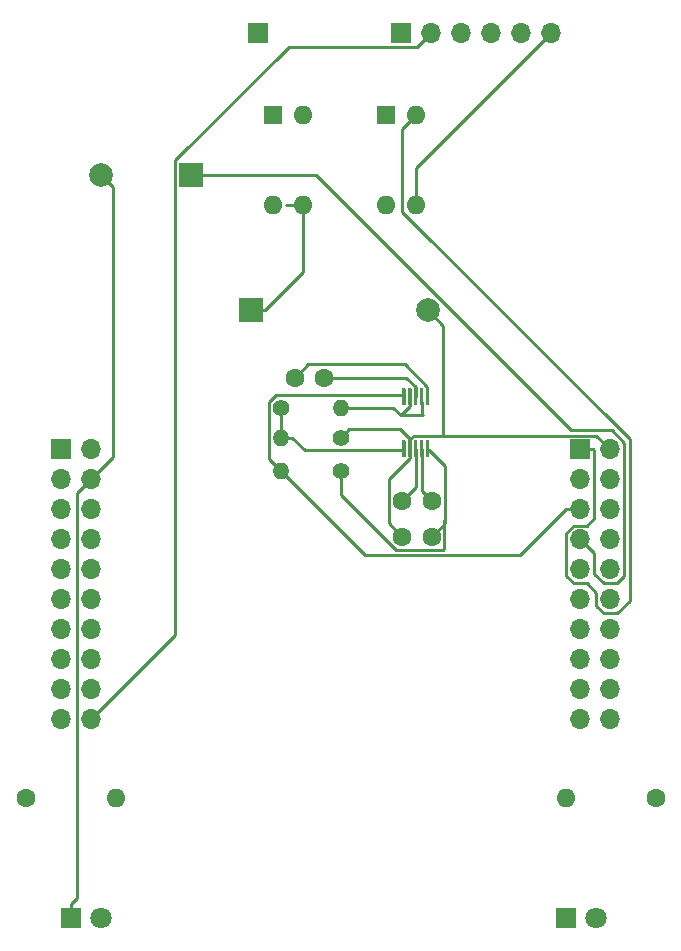
<source format=gbr>
G04 #@! TF.GenerationSoftware,KiCad,Pcbnew,5.1.5+dfsg1-2build2*
G04 #@! TF.CreationDate,2023-01-01T14:21:45-04:00*
G04 #@! TF.ProjectId,prototyping_backplane,70726f74-6f74-4797-9069-6e675f626163,B*
G04 #@! TF.SameCoordinates,Original*
G04 #@! TF.FileFunction,Copper,L1,Top*
G04 #@! TF.FilePolarity,Positive*
%FSLAX46Y46*%
G04 Gerber Fmt 4.6, Leading zero omitted, Abs format (unit mm)*
G04 Created by KiCad (PCBNEW 5.1.5+dfsg1-2build2) date 2023-01-01 14:21:45*
%MOMM*%
%LPD*%
G04 APERTURE LIST*
%ADD10R,1.700000X1.700000*%
%ADD11C,2.000000*%
%ADD12R,2.000000X2.000000*%
%ADD13C,0.100000*%
%ADD14O,1.400000X1.400000*%
%ADD15C,1.400000*%
%ADD16C,1.600000*%
%ADD17O,1.700000X1.700000*%
%ADD18O,1.600000X1.600000*%
%ADD19R,1.600000X1.600000*%
%ADD20C,1.800000*%
%ADD21R,1.800000X1.800000*%
%ADD22C,0.250000*%
G04 APERTURE END LIST*
D10*
X173355000Y-48260000D03*
D11*
X187710000Y-71755000D03*
D12*
X172720000Y-71755000D03*
G04 #@! TA.AperFunction,SMDPad,CuDef*
D13*
G36*
X185772351Y-78355361D02*
G01*
X185779632Y-78356441D01*
X185786771Y-78358229D01*
X185793701Y-78360709D01*
X185800355Y-78363856D01*
X185806668Y-78367640D01*
X185812579Y-78372024D01*
X185818033Y-78376967D01*
X185822976Y-78382421D01*
X185827360Y-78388332D01*
X185831144Y-78394645D01*
X185834291Y-78401299D01*
X185836771Y-78408229D01*
X185838559Y-78415368D01*
X185839639Y-78422649D01*
X185840000Y-78430000D01*
X185840000Y-79730000D01*
X185839639Y-79737351D01*
X185838559Y-79744632D01*
X185836771Y-79751771D01*
X185834291Y-79758701D01*
X185831144Y-79765355D01*
X185827360Y-79771668D01*
X185822976Y-79777579D01*
X185818033Y-79783033D01*
X185812579Y-79787976D01*
X185806668Y-79792360D01*
X185800355Y-79796144D01*
X185793701Y-79799291D01*
X185786771Y-79801771D01*
X185779632Y-79803559D01*
X185772351Y-79804639D01*
X185765000Y-79805000D01*
X185615000Y-79805000D01*
X185607649Y-79804639D01*
X185600368Y-79803559D01*
X185593229Y-79801771D01*
X185586299Y-79799291D01*
X185579645Y-79796144D01*
X185573332Y-79792360D01*
X185567421Y-79787976D01*
X185561967Y-79783033D01*
X185557024Y-79777579D01*
X185552640Y-79771668D01*
X185548856Y-79765355D01*
X185545709Y-79758701D01*
X185543229Y-79751771D01*
X185541441Y-79744632D01*
X185540361Y-79737351D01*
X185540000Y-79730000D01*
X185540000Y-78430000D01*
X185540361Y-78422649D01*
X185541441Y-78415368D01*
X185543229Y-78408229D01*
X185545709Y-78401299D01*
X185548856Y-78394645D01*
X185552640Y-78388332D01*
X185557024Y-78382421D01*
X185561967Y-78376967D01*
X185567421Y-78372024D01*
X185573332Y-78367640D01*
X185579645Y-78363856D01*
X185586299Y-78360709D01*
X185593229Y-78358229D01*
X185600368Y-78356441D01*
X185607649Y-78355361D01*
X185615000Y-78355000D01*
X185765000Y-78355000D01*
X185772351Y-78355361D01*
G37*
G04 #@! TD.AperFunction*
G04 #@! TA.AperFunction,SMDPad,CuDef*
G36*
X186272351Y-78355361D02*
G01*
X186279632Y-78356441D01*
X186286771Y-78358229D01*
X186293701Y-78360709D01*
X186300355Y-78363856D01*
X186306668Y-78367640D01*
X186312579Y-78372024D01*
X186318033Y-78376967D01*
X186322976Y-78382421D01*
X186327360Y-78388332D01*
X186331144Y-78394645D01*
X186334291Y-78401299D01*
X186336771Y-78408229D01*
X186338559Y-78415368D01*
X186339639Y-78422649D01*
X186340000Y-78430000D01*
X186340000Y-79730000D01*
X186339639Y-79737351D01*
X186338559Y-79744632D01*
X186336771Y-79751771D01*
X186334291Y-79758701D01*
X186331144Y-79765355D01*
X186327360Y-79771668D01*
X186322976Y-79777579D01*
X186318033Y-79783033D01*
X186312579Y-79787976D01*
X186306668Y-79792360D01*
X186300355Y-79796144D01*
X186293701Y-79799291D01*
X186286771Y-79801771D01*
X186279632Y-79803559D01*
X186272351Y-79804639D01*
X186265000Y-79805000D01*
X186115000Y-79805000D01*
X186107649Y-79804639D01*
X186100368Y-79803559D01*
X186093229Y-79801771D01*
X186086299Y-79799291D01*
X186079645Y-79796144D01*
X186073332Y-79792360D01*
X186067421Y-79787976D01*
X186061967Y-79783033D01*
X186057024Y-79777579D01*
X186052640Y-79771668D01*
X186048856Y-79765355D01*
X186045709Y-79758701D01*
X186043229Y-79751771D01*
X186041441Y-79744632D01*
X186040361Y-79737351D01*
X186040000Y-79730000D01*
X186040000Y-78430000D01*
X186040361Y-78422649D01*
X186041441Y-78415368D01*
X186043229Y-78408229D01*
X186045709Y-78401299D01*
X186048856Y-78394645D01*
X186052640Y-78388332D01*
X186057024Y-78382421D01*
X186061967Y-78376967D01*
X186067421Y-78372024D01*
X186073332Y-78367640D01*
X186079645Y-78363856D01*
X186086299Y-78360709D01*
X186093229Y-78358229D01*
X186100368Y-78356441D01*
X186107649Y-78355361D01*
X186115000Y-78355000D01*
X186265000Y-78355000D01*
X186272351Y-78355361D01*
G37*
G04 #@! TD.AperFunction*
G04 #@! TA.AperFunction,SMDPad,CuDef*
G36*
X186772351Y-78355361D02*
G01*
X186779632Y-78356441D01*
X186786771Y-78358229D01*
X186793701Y-78360709D01*
X186800355Y-78363856D01*
X186806668Y-78367640D01*
X186812579Y-78372024D01*
X186818033Y-78376967D01*
X186822976Y-78382421D01*
X186827360Y-78388332D01*
X186831144Y-78394645D01*
X186834291Y-78401299D01*
X186836771Y-78408229D01*
X186838559Y-78415368D01*
X186839639Y-78422649D01*
X186840000Y-78430000D01*
X186840000Y-79730000D01*
X186839639Y-79737351D01*
X186838559Y-79744632D01*
X186836771Y-79751771D01*
X186834291Y-79758701D01*
X186831144Y-79765355D01*
X186827360Y-79771668D01*
X186822976Y-79777579D01*
X186818033Y-79783033D01*
X186812579Y-79787976D01*
X186806668Y-79792360D01*
X186800355Y-79796144D01*
X186793701Y-79799291D01*
X186786771Y-79801771D01*
X186779632Y-79803559D01*
X186772351Y-79804639D01*
X186765000Y-79805000D01*
X186615000Y-79805000D01*
X186607649Y-79804639D01*
X186600368Y-79803559D01*
X186593229Y-79801771D01*
X186586299Y-79799291D01*
X186579645Y-79796144D01*
X186573332Y-79792360D01*
X186567421Y-79787976D01*
X186561967Y-79783033D01*
X186557024Y-79777579D01*
X186552640Y-79771668D01*
X186548856Y-79765355D01*
X186545709Y-79758701D01*
X186543229Y-79751771D01*
X186541441Y-79744632D01*
X186540361Y-79737351D01*
X186540000Y-79730000D01*
X186540000Y-78430000D01*
X186540361Y-78422649D01*
X186541441Y-78415368D01*
X186543229Y-78408229D01*
X186545709Y-78401299D01*
X186548856Y-78394645D01*
X186552640Y-78388332D01*
X186557024Y-78382421D01*
X186561967Y-78376967D01*
X186567421Y-78372024D01*
X186573332Y-78367640D01*
X186579645Y-78363856D01*
X186586299Y-78360709D01*
X186593229Y-78358229D01*
X186600368Y-78356441D01*
X186607649Y-78355361D01*
X186615000Y-78355000D01*
X186765000Y-78355000D01*
X186772351Y-78355361D01*
G37*
G04 #@! TD.AperFunction*
G04 #@! TA.AperFunction,SMDPad,CuDef*
G36*
X187272351Y-78355361D02*
G01*
X187279632Y-78356441D01*
X187286771Y-78358229D01*
X187293701Y-78360709D01*
X187300355Y-78363856D01*
X187306668Y-78367640D01*
X187312579Y-78372024D01*
X187318033Y-78376967D01*
X187322976Y-78382421D01*
X187327360Y-78388332D01*
X187331144Y-78394645D01*
X187334291Y-78401299D01*
X187336771Y-78408229D01*
X187338559Y-78415368D01*
X187339639Y-78422649D01*
X187340000Y-78430000D01*
X187340000Y-79730000D01*
X187339639Y-79737351D01*
X187338559Y-79744632D01*
X187336771Y-79751771D01*
X187334291Y-79758701D01*
X187331144Y-79765355D01*
X187327360Y-79771668D01*
X187322976Y-79777579D01*
X187318033Y-79783033D01*
X187312579Y-79787976D01*
X187306668Y-79792360D01*
X187300355Y-79796144D01*
X187293701Y-79799291D01*
X187286771Y-79801771D01*
X187279632Y-79803559D01*
X187272351Y-79804639D01*
X187265000Y-79805000D01*
X187115000Y-79805000D01*
X187107649Y-79804639D01*
X187100368Y-79803559D01*
X187093229Y-79801771D01*
X187086299Y-79799291D01*
X187079645Y-79796144D01*
X187073332Y-79792360D01*
X187067421Y-79787976D01*
X187061967Y-79783033D01*
X187057024Y-79777579D01*
X187052640Y-79771668D01*
X187048856Y-79765355D01*
X187045709Y-79758701D01*
X187043229Y-79751771D01*
X187041441Y-79744632D01*
X187040361Y-79737351D01*
X187040000Y-79730000D01*
X187040000Y-78430000D01*
X187040361Y-78422649D01*
X187041441Y-78415368D01*
X187043229Y-78408229D01*
X187045709Y-78401299D01*
X187048856Y-78394645D01*
X187052640Y-78388332D01*
X187057024Y-78382421D01*
X187061967Y-78376967D01*
X187067421Y-78372024D01*
X187073332Y-78367640D01*
X187079645Y-78363856D01*
X187086299Y-78360709D01*
X187093229Y-78358229D01*
X187100368Y-78356441D01*
X187107649Y-78355361D01*
X187115000Y-78355000D01*
X187265000Y-78355000D01*
X187272351Y-78355361D01*
G37*
G04 #@! TD.AperFunction*
G04 #@! TA.AperFunction,SMDPad,CuDef*
G36*
X187772351Y-78355361D02*
G01*
X187779632Y-78356441D01*
X187786771Y-78358229D01*
X187793701Y-78360709D01*
X187800355Y-78363856D01*
X187806668Y-78367640D01*
X187812579Y-78372024D01*
X187818033Y-78376967D01*
X187822976Y-78382421D01*
X187827360Y-78388332D01*
X187831144Y-78394645D01*
X187834291Y-78401299D01*
X187836771Y-78408229D01*
X187838559Y-78415368D01*
X187839639Y-78422649D01*
X187840000Y-78430000D01*
X187840000Y-79730000D01*
X187839639Y-79737351D01*
X187838559Y-79744632D01*
X187836771Y-79751771D01*
X187834291Y-79758701D01*
X187831144Y-79765355D01*
X187827360Y-79771668D01*
X187822976Y-79777579D01*
X187818033Y-79783033D01*
X187812579Y-79787976D01*
X187806668Y-79792360D01*
X187800355Y-79796144D01*
X187793701Y-79799291D01*
X187786771Y-79801771D01*
X187779632Y-79803559D01*
X187772351Y-79804639D01*
X187765000Y-79805000D01*
X187615000Y-79805000D01*
X187607649Y-79804639D01*
X187600368Y-79803559D01*
X187593229Y-79801771D01*
X187586299Y-79799291D01*
X187579645Y-79796144D01*
X187573332Y-79792360D01*
X187567421Y-79787976D01*
X187561967Y-79783033D01*
X187557024Y-79777579D01*
X187552640Y-79771668D01*
X187548856Y-79765355D01*
X187545709Y-79758701D01*
X187543229Y-79751771D01*
X187541441Y-79744632D01*
X187540361Y-79737351D01*
X187540000Y-79730000D01*
X187540000Y-78430000D01*
X187540361Y-78422649D01*
X187541441Y-78415368D01*
X187543229Y-78408229D01*
X187545709Y-78401299D01*
X187548856Y-78394645D01*
X187552640Y-78388332D01*
X187557024Y-78382421D01*
X187561967Y-78376967D01*
X187567421Y-78372024D01*
X187573332Y-78367640D01*
X187579645Y-78363856D01*
X187586299Y-78360709D01*
X187593229Y-78358229D01*
X187600368Y-78356441D01*
X187607649Y-78355361D01*
X187615000Y-78355000D01*
X187765000Y-78355000D01*
X187772351Y-78355361D01*
G37*
G04 #@! TD.AperFunction*
G04 #@! TA.AperFunction,SMDPad,CuDef*
G36*
X187772351Y-82755361D02*
G01*
X187779632Y-82756441D01*
X187786771Y-82758229D01*
X187793701Y-82760709D01*
X187800355Y-82763856D01*
X187806668Y-82767640D01*
X187812579Y-82772024D01*
X187818033Y-82776967D01*
X187822976Y-82782421D01*
X187827360Y-82788332D01*
X187831144Y-82794645D01*
X187834291Y-82801299D01*
X187836771Y-82808229D01*
X187838559Y-82815368D01*
X187839639Y-82822649D01*
X187840000Y-82830000D01*
X187840000Y-84130000D01*
X187839639Y-84137351D01*
X187838559Y-84144632D01*
X187836771Y-84151771D01*
X187834291Y-84158701D01*
X187831144Y-84165355D01*
X187827360Y-84171668D01*
X187822976Y-84177579D01*
X187818033Y-84183033D01*
X187812579Y-84187976D01*
X187806668Y-84192360D01*
X187800355Y-84196144D01*
X187793701Y-84199291D01*
X187786771Y-84201771D01*
X187779632Y-84203559D01*
X187772351Y-84204639D01*
X187765000Y-84205000D01*
X187615000Y-84205000D01*
X187607649Y-84204639D01*
X187600368Y-84203559D01*
X187593229Y-84201771D01*
X187586299Y-84199291D01*
X187579645Y-84196144D01*
X187573332Y-84192360D01*
X187567421Y-84187976D01*
X187561967Y-84183033D01*
X187557024Y-84177579D01*
X187552640Y-84171668D01*
X187548856Y-84165355D01*
X187545709Y-84158701D01*
X187543229Y-84151771D01*
X187541441Y-84144632D01*
X187540361Y-84137351D01*
X187540000Y-84130000D01*
X187540000Y-82830000D01*
X187540361Y-82822649D01*
X187541441Y-82815368D01*
X187543229Y-82808229D01*
X187545709Y-82801299D01*
X187548856Y-82794645D01*
X187552640Y-82788332D01*
X187557024Y-82782421D01*
X187561967Y-82776967D01*
X187567421Y-82772024D01*
X187573332Y-82767640D01*
X187579645Y-82763856D01*
X187586299Y-82760709D01*
X187593229Y-82758229D01*
X187600368Y-82756441D01*
X187607649Y-82755361D01*
X187615000Y-82755000D01*
X187765000Y-82755000D01*
X187772351Y-82755361D01*
G37*
G04 #@! TD.AperFunction*
G04 #@! TA.AperFunction,SMDPad,CuDef*
G36*
X187272351Y-82755361D02*
G01*
X187279632Y-82756441D01*
X187286771Y-82758229D01*
X187293701Y-82760709D01*
X187300355Y-82763856D01*
X187306668Y-82767640D01*
X187312579Y-82772024D01*
X187318033Y-82776967D01*
X187322976Y-82782421D01*
X187327360Y-82788332D01*
X187331144Y-82794645D01*
X187334291Y-82801299D01*
X187336771Y-82808229D01*
X187338559Y-82815368D01*
X187339639Y-82822649D01*
X187340000Y-82830000D01*
X187340000Y-84130000D01*
X187339639Y-84137351D01*
X187338559Y-84144632D01*
X187336771Y-84151771D01*
X187334291Y-84158701D01*
X187331144Y-84165355D01*
X187327360Y-84171668D01*
X187322976Y-84177579D01*
X187318033Y-84183033D01*
X187312579Y-84187976D01*
X187306668Y-84192360D01*
X187300355Y-84196144D01*
X187293701Y-84199291D01*
X187286771Y-84201771D01*
X187279632Y-84203559D01*
X187272351Y-84204639D01*
X187265000Y-84205000D01*
X187115000Y-84205000D01*
X187107649Y-84204639D01*
X187100368Y-84203559D01*
X187093229Y-84201771D01*
X187086299Y-84199291D01*
X187079645Y-84196144D01*
X187073332Y-84192360D01*
X187067421Y-84187976D01*
X187061967Y-84183033D01*
X187057024Y-84177579D01*
X187052640Y-84171668D01*
X187048856Y-84165355D01*
X187045709Y-84158701D01*
X187043229Y-84151771D01*
X187041441Y-84144632D01*
X187040361Y-84137351D01*
X187040000Y-84130000D01*
X187040000Y-82830000D01*
X187040361Y-82822649D01*
X187041441Y-82815368D01*
X187043229Y-82808229D01*
X187045709Y-82801299D01*
X187048856Y-82794645D01*
X187052640Y-82788332D01*
X187057024Y-82782421D01*
X187061967Y-82776967D01*
X187067421Y-82772024D01*
X187073332Y-82767640D01*
X187079645Y-82763856D01*
X187086299Y-82760709D01*
X187093229Y-82758229D01*
X187100368Y-82756441D01*
X187107649Y-82755361D01*
X187115000Y-82755000D01*
X187265000Y-82755000D01*
X187272351Y-82755361D01*
G37*
G04 #@! TD.AperFunction*
G04 #@! TA.AperFunction,SMDPad,CuDef*
G36*
X186772351Y-82755361D02*
G01*
X186779632Y-82756441D01*
X186786771Y-82758229D01*
X186793701Y-82760709D01*
X186800355Y-82763856D01*
X186806668Y-82767640D01*
X186812579Y-82772024D01*
X186818033Y-82776967D01*
X186822976Y-82782421D01*
X186827360Y-82788332D01*
X186831144Y-82794645D01*
X186834291Y-82801299D01*
X186836771Y-82808229D01*
X186838559Y-82815368D01*
X186839639Y-82822649D01*
X186840000Y-82830000D01*
X186840000Y-84130000D01*
X186839639Y-84137351D01*
X186838559Y-84144632D01*
X186836771Y-84151771D01*
X186834291Y-84158701D01*
X186831144Y-84165355D01*
X186827360Y-84171668D01*
X186822976Y-84177579D01*
X186818033Y-84183033D01*
X186812579Y-84187976D01*
X186806668Y-84192360D01*
X186800355Y-84196144D01*
X186793701Y-84199291D01*
X186786771Y-84201771D01*
X186779632Y-84203559D01*
X186772351Y-84204639D01*
X186765000Y-84205000D01*
X186615000Y-84205000D01*
X186607649Y-84204639D01*
X186600368Y-84203559D01*
X186593229Y-84201771D01*
X186586299Y-84199291D01*
X186579645Y-84196144D01*
X186573332Y-84192360D01*
X186567421Y-84187976D01*
X186561967Y-84183033D01*
X186557024Y-84177579D01*
X186552640Y-84171668D01*
X186548856Y-84165355D01*
X186545709Y-84158701D01*
X186543229Y-84151771D01*
X186541441Y-84144632D01*
X186540361Y-84137351D01*
X186540000Y-84130000D01*
X186540000Y-82830000D01*
X186540361Y-82822649D01*
X186541441Y-82815368D01*
X186543229Y-82808229D01*
X186545709Y-82801299D01*
X186548856Y-82794645D01*
X186552640Y-82788332D01*
X186557024Y-82782421D01*
X186561967Y-82776967D01*
X186567421Y-82772024D01*
X186573332Y-82767640D01*
X186579645Y-82763856D01*
X186586299Y-82760709D01*
X186593229Y-82758229D01*
X186600368Y-82756441D01*
X186607649Y-82755361D01*
X186615000Y-82755000D01*
X186765000Y-82755000D01*
X186772351Y-82755361D01*
G37*
G04 #@! TD.AperFunction*
G04 #@! TA.AperFunction,SMDPad,CuDef*
G36*
X186272351Y-82755361D02*
G01*
X186279632Y-82756441D01*
X186286771Y-82758229D01*
X186293701Y-82760709D01*
X186300355Y-82763856D01*
X186306668Y-82767640D01*
X186312579Y-82772024D01*
X186318033Y-82776967D01*
X186322976Y-82782421D01*
X186327360Y-82788332D01*
X186331144Y-82794645D01*
X186334291Y-82801299D01*
X186336771Y-82808229D01*
X186338559Y-82815368D01*
X186339639Y-82822649D01*
X186340000Y-82830000D01*
X186340000Y-84130000D01*
X186339639Y-84137351D01*
X186338559Y-84144632D01*
X186336771Y-84151771D01*
X186334291Y-84158701D01*
X186331144Y-84165355D01*
X186327360Y-84171668D01*
X186322976Y-84177579D01*
X186318033Y-84183033D01*
X186312579Y-84187976D01*
X186306668Y-84192360D01*
X186300355Y-84196144D01*
X186293701Y-84199291D01*
X186286771Y-84201771D01*
X186279632Y-84203559D01*
X186272351Y-84204639D01*
X186265000Y-84205000D01*
X186115000Y-84205000D01*
X186107649Y-84204639D01*
X186100368Y-84203559D01*
X186093229Y-84201771D01*
X186086299Y-84199291D01*
X186079645Y-84196144D01*
X186073332Y-84192360D01*
X186067421Y-84187976D01*
X186061967Y-84183033D01*
X186057024Y-84177579D01*
X186052640Y-84171668D01*
X186048856Y-84165355D01*
X186045709Y-84158701D01*
X186043229Y-84151771D01*
X186041441Y-84144632D01*
X186040361Y-84137351D01*
X186040000Y-84130000D01*
X186040000Y-82830000D01*
X186040361Y-82822649D01*
X186041441Y-82815368D01*
X186043229Y-82808229D01*
X186045709Y-82801299D01*
X186048856Y-82794645D01*
X186052640Y-82788332D01*
X186057024Y-82782421D01*
X186061967Y-82776967D01*
X186067421Y-82772024D01*
X186073332Y-82767640D01*
X186079645Y-82763856D01*
X186086299Y-82760709D01*
X186093229Y-82758229D01*
X186100368Y-82756441D01*
X186107649Y-82755361D01*
X186115000Y-82755000D01*
X186265000Y-82755000D01*
X186272351Y-82755361D01*
G37*
G04 #@! TD.AperFunction*
G04 #@! TA.AperFunction,SMDPad,CuDef*
G36*
X185772351Y-82755361D02*
G01*
X185779632Y-82756441D01*
X185786771Y-82758229D01*
X185793701Y-82760709D01*
X185800355Y-82763856D01*
X185806668Y-82767640D01*
X185812579Y-82772024D01*
X185818033Y-82776967D01*
X185822976Y-82782421D01*
X185827360Y-82788332D01*
X185831144Y-82794645D01*
X185834291Y-82801299D01*
X185836771Y-82808229D01*
X185838559Y-82815368D01*
X185839639Y-82822649D01*
X185840000Y-82830000D01*
X185840000Y-84130000D01*
X185839639Y-84137351D01*
X185838559Y-84144632D01*
X185836771Y-84151771D01*
X185834291Y-84158701D01*
X185831144Y-84165355D01*
X185827360Y-84171668D01*
X185822976Y-84177579D01*
X185818033Y-84183033D01*
X185812579Y-84187976D01*
X185806668Y-84192360D01*
X185800355Y-84196144D01*
X185793701Y-84199291D01*
X185786771Y-84201771D01*
X185779632Y-84203559D01*
X185772351Y-84204639D01*
X185765000Y-84205000D01*
X185615000Y-84205000D01*
X185607649Y-84204639D01*
X185600368Y-84203559D01*
X185593229Y-84201771D01*
X185586299Y-84199291D01*
X185579645Y-84196144D01*
X185573332Y-84192360D01*
X185567421Y-84187976D01*
X185561967Y-84183033D01*
X185557024Y-84177579D01*
X185552640Y-84171668D01*
X185548856Y-84165355D01*
X185545709Y-84158701D01*
X185543229Y-84151771D01*
X185541441Y-84144632D01*
X185540361Y-84137351D01*
X185540000Y-84130000D01*
X185540000Y-82830000D01*
X185540361Y-82822649D01*
X185541441Y-82815368D01*
X185543229Y-82808229D01*
X185545709Y-82801299D01*
X185548856Y-82794645D01*
X185552640Y-82788332D01*
X185557024Y-82782421D01*
X185561967Y-82776967D01*
X185567421Y-82772024D01*
X185573332Y-82767640D01*
X185579645Y-82763856D01*
X185586299Y-82760709D01*
X185593229Y-82758229D01*
X185600368Y-82756441D01*
X185607649Y-82755361D01*
X185615000Y-82755000D01*
X185765000Y-82755000D01*
X185772351Y-82755361D01*
G37*
G04 #@! TD.AperFunction*
D14*
X180340000Y-80010000D03*
D15*
X175260000Y-80010000D03*
D14*
X175260000Y-82550000D03*
D15*
X180340000Y-82550000D03*
D14*
X175260000Y-85344000D03*
D15*
X180340000Y-85344000D03*
D16*
X188047000Y-90932000D03*
X185547000Y-90932000D03*
X176443000Y-77470000D03*
X178943000Y-77470000D03*
X188047000Y-87884000D03*
X185547000Y-87884000D03*
D17*
X198120000Y-48260000D03*
X195580000Y-48260000D03*
X193040000Y-48260000D03*
X190500000Y-48260000D03*
X187960000Y-48260000D03*
D10*
X185420000Y-48260000D03*
D18*
X161290000Y-113030000D03*
D16*
X153670000Y-113030000D03*
D18*
X199390000Y-113030000D03*
D16*
X207010000Y-113030000D03*
D17*
X159170000Y-106400000D03*
X156630000Y-106400000D03*
X159170000Y-103860000D03*
X156630000Y-103860000D03*
X159170000Y-101320000D03*
X156630000Y-101320000D03*
X159170000Y-98780000D03*
X156630000Y-98780000D03*
X159170000Y-96240000D03*
X156630000Y-96240000D03*
X159170000Y-93700000D03*
X156630000Y-93700000D03*
X159170000Y-91160000D03*
X156630000Y-91160000D03*
X159170000Y-88620000D03*
X156630000Y-88620000D03*
X159170000Y-86080000D03*
X156630000Y-86080000D03*
X159170000Y-83540000D03*
D10*
X156630000Y-83540000D03*
D17*
X203170000Y-106400000D03*
X200630000Y-106400000D03*
X203170000Y-103860000D03*
X200630000Y-103860000D03*
X203170000Y-101320000D03*
X200630000Y-101320000D03*
X203170000Y-98780000D03*
X200630000Y-98780000D03*
X203170000Y-96240000D03*
X200630000Y-96240000D03*
X203170000Y-93700000D03*
X200630000Y-93700000D03*
X203170000Y-91160000D03*
X200630000Y-91160000D03*
X203170000Y-88620000D03*
X200630000Y-88620000D03*
X203170000Y-86080000D03*
X200630000Y-86080000D03*
X203170000Y-83540000D03*
D10*
X200630000Y-83540000D03*
D18*
X184150000Y-62865000D03*
X186690000Y-55245000D03*
X186690000Y-62865000D03*
D19*
X184150000Y-55245000D03*
D18*
X174625000Y-62865000D03*
X177165000Y-55245000D03*
X177165000Y-62865000D03*
D19*
X174625000Y-55245000D03*
D11*
X160040000Y-60325000D03*
D12*
X167640000Y-60325000D03*
D20*
X160020000Y-123190000D03*
D21*
X157480000Y-123190000D03*
D20*
X201930000Y-123190000D03*
D21*
X199390000Y-123190000D03*
D22*
X185350703Y-81850001D02*
X186190000Y-82689298D01*
X181039999Y-81850001D02*
X185350703Y-81850001D01*
X180340000Y-82550000D02*
X181039999Y-81850001D01*
X186190000Y-84270702D02*
X186190000Y-83480000D01*
X184421999Y-86038703D02*
X186190000Y-84270702D01*
X184421999Y-89806999D02*
X184421999Y-86038703D01*
X185547000Y-90932000D02*
X184421999Y-89806999D01*
X186190000Y-82755000D02*
X186190000Y-83480000D01*
X186190000Y-82689298D02*
X186190000Y-82755000D01*
X186514299Y-82364999D02*
X186190000Y-82689298D01*
X203170000Y-83540000D02*
X201994999Y-82364999D01*
X189044999Y-73089999D02*
X189044999Y-82364999D01*
X187710000Y-71755000D02*
X189044999Y-73089999D01*
X189044999Y-82364999D02*
X186514299Y-82364999D01*
X201994999Y-82364999D02*
X189044999Y-82364999D01*
X186690000Y-59690000D02*
X198120000Y-48260000D01*
X186690000Y-62865000D02*
X186690000Y-59690000D01*
X173970000Y-71755000D02*
X172720000Y-71755000D01*
X177165000Y-68560000D02*
X173970000Y-71755000D01*
X177165000Y-62865000D02*
X177165000Y-68560000D01*
X177165000Y-62865000D02*
X175750001Y-62865000D01*
X187110001Y-49109999D02*
X187960000Y-48260000D01*
X186784999Y-49435001D02*
X187110001Y-49109999D01*
X166314999Y-59064999D02*
X175944997Y-49435001D01*
X175944997Y-49435001D02*
X186784999Y-49435001D01*
X166314999Y-99255001D02*
X166314999Y-59064999D01*
X159170000Y-106400000D02*
X166314999Y-99255001D01*
X201479999Y-92009999D02*
X200630000Y-91160000D01*
X201805001Y-92335001D02*
X201479999Y-92009999D01*
X201805001Y-94074003D02*
X201805001Y-92335001D01*
X203734001Y-94875001D02*
X202605999Y-94875001D01*
X204345001Y-94264001D02*
X203734001Y-94875001D01*
X204345001Y-82975999D02*
X204345001Y-94264001D01*
X199830991Y-81914989D02*
X203283991Y-81914989D01*
X202605999Y-94875001D02*
X201805001Y-94074003D01*
X178241002Y-60325000D02*
X199830991Y-81914989D01*
X203283991Y-81914989D02*
X204345001Y-82975999D01*
X167640000Y-60325000D02*
X178241002Y-60325000D01*
X185540000Y-78930000D02*
X185690000Y-79080000D01*
X174234999Y-79517999D02*
X174822998Y-78930000D01*
X174822998Y-78930000D02*
X185540000Y-78930000D01*
X174234999Y-84318999D02*
X174234999Y-79517999D01*
X175260000Y-85344000D02*
X174234999Y-84318999D01*
X175959999Y-86043999D02*
X175260000Y-85344000D01*
X182423010Y-92507010D02*
X175959999Y-86043999D01*
X199427919Y-88620000D02*
X195540909Y-92507010D01*
X195540909Y-92507010D02*
X182423010Y-92507010D01*
X200630000Y-88620000D02*
X199427919Y-88620000D01*
X185564999Y-63405001D02*
X185564999Y-56370001D01*
X204795010Y-82635012D02*
X185564999Y-63405001D01*
X204795010Y-96353992D02*
X204795010Y-82635012D01*
X203734001Y-97415001D02*
X204795010Y-96353992D01*
X200630000Y-83540000D02*
X201730000Y-83540000D01*
X200065999Y-89984999D02*
X199454999Y-90595999D01*
X201805001Y-83615001D02*
X201805001Y-89373999D01*
X201730000Y-83540000D02*
X201805001Y-83615001D01*
X199454999Y-90595999D02*
X199454999Y-94264001D01*
X201805001Y-89373999D02*
X201194001Y-89984999D01*
X185564999Y-56370001D02*
X186690000Y-55245000D01*
X201994999Y-95675999D02*
X201994999Y-96804001D01*
X201194001Y-89984999D02*
X200065999Y-89984999D01*
X199454999Y-94264001D02*
X200065999Y-94875001D01*
X200065999Y-94875001D02*
X201194001Y-94875001D01*
X202605999Y-97415001D02*
X203734001Y-97415001D01*
X201194001Y-94875001D02*
X201994999Y-95675999D01*
X201994999Y-96804001D02*
X202605999Y-97415001D01*
X160019999Y-85230001D02*
X159170000Y-86080000D01*
X161039999Y-84210001D02*
X160019999Y-85230001D01*
X161039999Y-61324999D02*
X161039999Y-84210001D01*
X160040000Y-60325000D02*
X161039999Y-61324999D01*
X157480000Y-122040000D02*
X157480000Y-123190000D01*
X157994999Y-121525001D02*
X157480000Y-122040000D01*
X157994999Y-87255001D02*
X157994999Y-121525001D01*
X159170000Y-86080000D02*
X157994999Y-87255001D01*
X187190000Y-84205000D02*
X187190000Y-83480000D01*
X187190000Y-84675316D02*
X187190000Y-84205000D01*
X187247001Y-84732317D02*
X187190000Y-84675316D01*
X187247001Y-87084001D02*
X187247001Y-84732317D01*
X188047000Y-87884000D02*
X187247001Y-87084001D01*
X186690000Y-86741000D02*
X186690000Y-83480000D01*
X185547000Y-87884000D02*
X186690000Y-86741000D01*
X187690000Y-78289298D02*
X187690000Y-78355000D01*
X187690000Y-78355000D02*
X187690000Y-79080000D01*
X185745701Y-76344999D02*
X187690000Y-78289298D01*
X177568001Y-76344999D02*
X185745701Y-76344999D01*
X176443000Y-77470000D02*
X177568001Y-76344999D01*
X178943000Y-77470000D02*
X185870702Y-77470000D01*
X186690000Y-78289298D02*
X186690000Y-79080000D01*
X185870702Y-77470000D02*
X186690000Y-78289298D01*
X187840000Y-83630000D02*
X187690000Y-83480000D01*
X189172001Y-84962001D02*
X187840000Y-83630000D01*
X188047000Y-90932000D02*
X189172001Y-89806999D01*
X185006999Y-92057001D02*
X188993999Y-92057001D01*
X180340000Y-87390002D02*
X185006999Y-92057001D01*
X180340000Y-85344000D02*
X180340000Y-87390002D01*
X188993999Y-92057001D02*
X189103000Y-91948000D01*
X189103000Y-91948000D02*
X189103000Y-89546002D01*
X189172001Y-89477001D02*
X189172001Y-84962001D01*
X189103000Y-89546002D02*
X189172001Y-89477001D01*
X189172001Y-89806999D02*
X189172001Y-89477001D01*
X175260000Y-80999949D02*
X175260000Y-82550000D01*
X175260000Y-80010000D02*
X175260000Y-80999949D01*
X177329949Y-83630000D02*
X185540000Y-83630000D01*
X185540000Y-83630000D02*
X185690000Y-83480000D01*
X176249949Y-82550000D02*
X177329949Y-83630000D01*
X175260000Y-82550000D02*
X176249949Y-82550000D01*
X180340000Y-80010000D02*
X184785000Y-80010000D01*
X184785000Y-80010000D02*
X185420000Y-80645000D01*
X186190000Y-79875000D02*
X186190000Y-79080000D01*
X185420000Y-80645000D02*
X186190000Y-79875000D01*
X185420000Y-80645000D02*
X187325000Y-80645000D01*
X187190000Y-79510000D02*
X187214990Y-79485010D01*
X187190000Y-80510000D02*
X187190000Y-79510000D01*
X187325000Y-80645000D02*
X187190000Y-80510000D01*
M02*

</source>
